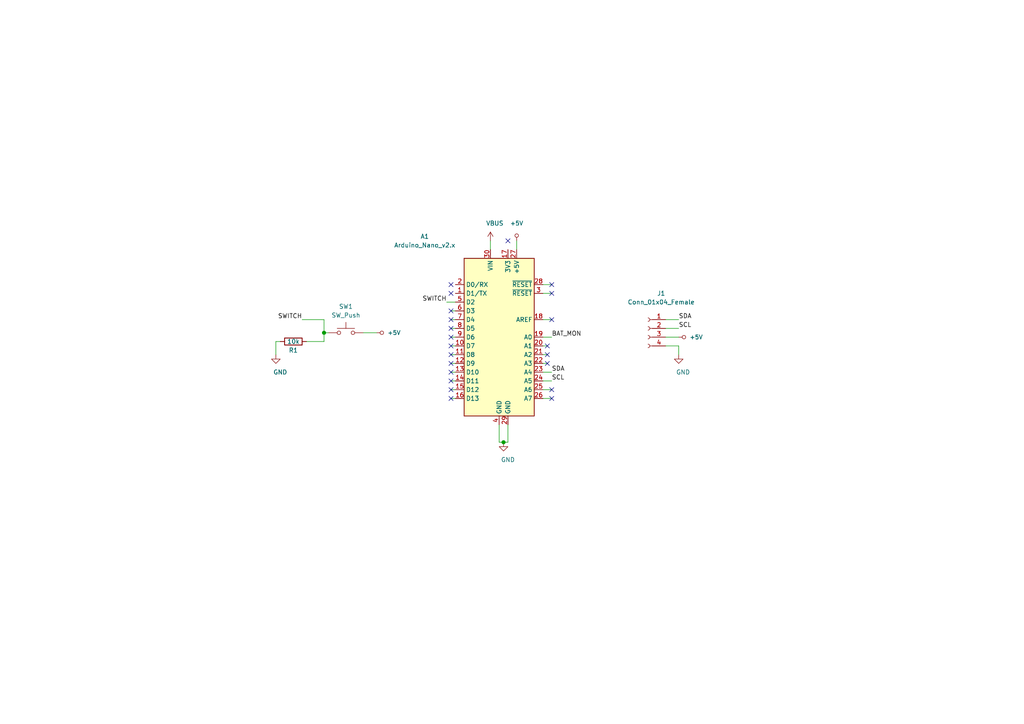
<source format=kicad_sch>
(kicad_sch (version 20200827) (generator eeschema)
  (page 1 1)
  (paper "A4")
  (lib_symbols
    (symbol "Connector:Conn_01x04_Female" (pin_names (offset 1.016) hide)
      (property "Reference" "J" (at 0 5.08 0))
      (property "Value" "Conn_01x04_Female" (at 0 -7.62 0))
      (symbol "Conn_01x04_Female_1_1"
        (arc (start 0 -4.572) (end 0 -5.588) (radius (at 0 -5.08) (length 0.508) (angles 90.1 -90.1)) (stroke (width 0.1524)))
        (arc (start 0 -2.032) (end 0 -3.048) (radius (at 0 -2.54) (length 0.508) (angles 90.1 -90.1)) (stroke (width 0.1524)))
        (arc (start 0 0.508) (end 0 -0.508) (radius (at 0 0) (length 0.508) (angles 90.1 -90.1)) (stroke (width 0.1524)))
        (arc (start 0 3.048) (end 0 2.032) (radius (at 0 2.54) (length 0.508) (angles 90.1 -90.1)) (stroke (width 0.1524)))
        (polyline (pts (xy -1.27 -5.08) (xy -0.508 -5.08)) (stroke (width 0.1524)))
        (polyline (pts (xy -1.27 -2.54) (xy -0.508 -2.54)) (stroke (width 0.1524)))
        (polyline (pts (xy -1.27 0) (xy -0.508 0)) (stroke (width 0.1524)))
        (polyline (pts (xy -1.27 2.54) (xy -0.508 2.54)) (stroke (width 0.1524)))
        (pin passive line (at -5.08 2.54 0) (length 3.81) (name "Pin_1") (number "1"))
        (pin passive line (at -5.08 0 0) (length 3.81) (name "Pin_2") (number "2"))
        (pin passive line (at -5.08 -2.54 0) (length 3.81) (name "Pin_3") (number "3"))
        (pin passive line (at -5.08 -5.08 0) (length 3.81) (name "Pin_4") (number "4"))
      )
    )
    (symbol "Device:R" (pin_numbers hide) (pin_names (offset 0))
      (property "Reference" "R" (at 2.032 0 90))
      (property "Value" "R" (at 0 0 90))
      (symbol "R_0_1"
        (rectangle (start -1.016 -2.54) (end 1.016 2.54) (stroke (width 0.254)))
      )
      (symbol "R_1_1"
        (pin passive line (at 0 3.81 270) (length 1.27) (name "~") (number "1"))
        (pin passive line (at 0 -3.81 90) (length 1.27) (name "~") (number "2"))
      )
    )
    (symbol "MCU_Module:Arduino_Nano_v2.x"
      (property "Reference" "A" (at -10.16 23.495 0))
      (property "Value" "Arduino_Nano_v2.x" (at 5.08 -24.13 0))
      (symbol "Arduino_Nano_v2.x_0_1"
        (rectangle (start -10.16 22.86) (end 10.16 -22.86) (stroke (width 0.254)) (fill (type background)))
      )
      (symbol "Arduino_Nano_v2.x_1_1"
        (pin bidirectional line (at -12.7 12.7 0) (length 2.54) (name "D1/TX") (number "1"))
        (pin bidirectional line (at -12.7 -2.54 0) (length 2.54) (name "D7") (number "10"))
        (pin bidirectional line (at -12.7 -5.08 0) (length 2.54) (name "D8") (number "11"))
        (pin bidirectional line (at -12.7 -7.62 0) (length 2.54) (name "D9") (number "12"))
        (pin bidirectional line (at -12.7 -10.16 0) (length 2.54) (name "D10") (number "13"))
        (pin bidirectional line (at -12.7 -12.7 0) (length 2.54) (name "D11") (number "14"))
        (pin bidirectional line (at -12.7 -15.24 0) (length 2.54) (name "D12") (number "15"))
        (pin bidirectional line (at -12.7 -17.78 0) (length 2.54) (name "D13") (number "16"))
        (pin power_out line (at 2.54 25.4 270) (length 2.54) (name "3V3") (number "17"))
        (pin input line (at 12.7 5.08 180) (length 2.54) (name "AREF") (number "18"))
        (pin bidirectional line (at 12.7 0 180) (length 2.54) (name "A0") (number "19"))
        (pin bidirectional line (at -12.7 15.24 0) (length 2.54) (name "D0/RX") (number "2"))
        (pin bidirectional line (at 12.7 -2.54 180) (length 2.54) (name "A1") (number "20"))
        (pin bidirectional line (at 12.7 -5.08 180) (length 2.54) (name "A2") (number "21"))
        (pin bidirectional line (at 12.7 -7.62 180) (length 2.54) (name "A3") (number "22"))
        (pin bidirectional line (at 12.7 -10.16 180) (length 2.54) (name "A4") (number "23"))
        (pin bidirectional line (at 12.7 -12.7 180) (length 2.54) (name "A5") (number "24"))
        (pin bidirectional line (at 12.7 -15.24 180) (length 2.54) (name "A6") (number "25"))
        (pin bidirectional line (at 12.7 -17.78 180) (length 2.54) (name "A7") (number "26"))
        (pin power_out line (at 5.08 25.4 270) (length 2.54) (name "+5V") (number "27"))
        (pin input line (at 12.7 15.24 180) (length 2.54) (name "~RESET") (number "28"))
        (pin power_in line (at 2.54 -25.4 90) (length 2.54) (name "GND") (number "29"))
        (pin input line (at 12.7 12.7 180) (length 2.54) (name "~RESET") (number "3"))
        (pin power_in line (at -2.54 25.4 270) (length 2.54) (name "VIN") (number "30"))
        (pin power_in line (at 0 -25.4 90) (length 2.54) (name "GND") (number "4"))
        (pin bidirectional line (at -12.7 10.16 0) (length 2.54) (name "D2") (number "5"))
        (pin bidirectional line (at -12.7 7.62 0) (length 2.54) (name "D3") (number "6"))
        (pin bidirectional line (at -12.7 5.08 0) (length 2.54) (name "D4") (number "7"))
        (pin bidirectional line (at -12.7 2.54 0) (length 2.54) (name "D5") (number "8"))
        (pin bidirectional line (at -12.7 0 0) (length 2.54) (name "D6") (number "9"))
      )
    )
    (symbol "Switch:SW_Push" (pin_numbers hide) (pin_names (offset 1.016) hide)
      (property "Reference" "SW" (at 1.27 2.54 0))
      (property "Value" "SW_Push" (at 0 -1.524 0))
      (symbol "SW_Push_0_1"
        (circle (center -2.032 0) (radius 0.508))
        (circle (center 2.032 0) (radius 0.508))
        (polyline (pts (xy 0 1.27) (xy 0 3.048)))
        (polyline (pts (xy 2.54 1.27) (xy -2.54 1.27)))
        (pin passive line (at -5.08 0 0) (length 2.54) (name "1") (number "1"))
        (pin passive line (at 5.08 0 180) (length 2.54) (name "2") (number "2"))
      )
    )
    (symbol "keyboard_parts:+5V" (power) (pin_names (offset 0))
      (property "Value" "+5V" (at 0 2.794 0))
      (symbol "+5V_0_1"
        (circle (center 0 1.524) (radius 0.508))
        (polyline (pts (xy 0 0) (xy 0 1.016) (xy 0 1.016)))
      )
      (symbol "+5V_0_0"
        (pin power_in line (at 0 0 90) (length 0) hide (name "+5V") (number "1"))
      )
    )
    (symbol "power:GND" (power) (pin_names (offset 0))
      (property "Value" "GND" (at 0 -3.81 0))
      (symbol "GND_0_1"
        (polyline (pts (xy 0 0) (xy 0 -1.27) (xy 1.27 -1.27) (xy 0 -2.54) (xy -1.27 -1.27) (xy 0 -1.27)))
      )
      (symbol "GND_1_1"
        (pin power_in line (at 0 0 270) (length 0) hide (name "GND") (number "1"))
      )
    )
    (symbol "power:VBUS" (power) (pin_names (offset 0))
      (property "Value" "VBUS" (at 0 3.81 0))
      (symbol "VBUS_0_1"
        (polyline (pts (xy -0.762 1.27) (xy 0 2.54)))
        (polyline (pts (xy 0 0) (xy 0 2.54)))
        (polyline (pts (xy 0 2.54) (xy 0.762 1.27)))
      )
      (symbol "VBUS_1_1"
        (pin power_in line (at 0 0 90) (length 0) hide (name "VBUS") (number "1"))
      )
    )
  )
  (junction (at 93.98 96.52) (diameter 1.016))
  (junction (at 146.05 128.27) (diameter 1.016))
  (no_connect (at 130.81 82.55))
  (no_connect (at 130.81 85.09))
  (no_connect (at 130.81 90.17))
  (no_connect (at 130.81 92.71))
  (no_connect (at 130.81 95.25))
  (no_connect (at 130.81 97.79))
  (no_connect (at 130.81 100.33))
  (no_connect (at 130.81 102.87))
  (no_connect (at 130.81 105.41))
  (no_connect (at 130.81 107.95))
  (no_connect (at 130.81 110.49))
  (no_connect (at 130.81 113.03))
  (no_connect (at 130.81 115.57))
  (no_connect (at 147.32 69.85))
  (no_connect (at 158.75 100.33))
  (no_connect (at 158.75 102.87))
  (no_connect (at 158.75 105.41))
  (no_connect (at 160.02 113.03))
  (no_connect (at 160.02 115.57))
  (no_connect (at 160.02 82.55))
  (no_connect (at 160.02 85.09))
  (no_connect (at 160.02 92.71))
  (wire (pts (xy 80.01 99.06) (xy 81.28 99.06)))
  (wire (pts (xy 80.01 102.87) (xy 80.01 99.06)))
  (wire (pts (xy 87.63 92.71) (xy 93.98 92.71)))
  (wire (pts (xy 88.9 99.06) (xy 93.98 99.06)))
  (wire (pts (xy 93.98 96.52) (xy 93.98 92.71)))
  (wire (pts (xy 93.98 96.52) (xy 93.98 99.06)))
  (wire (pts (xy 95.25 96.52) (xy 93.98 96.52)))
  (wire (pts (xy 105.41 96.52) (xy 109.22 96.52)))
  (wire (pts (xy 129.54 87.63) (xy 132.08 87.63)))
  (wire (pts (xy 130.81 90.17) (xy 132.08 90.17)))
  (wire (pts (xy 130.81 92.71) (xy 132.08 92.71)))
  (wire (pts (xy 130.81 95.25) (xy 132.08 95.25)))
  (wire (pts (xy 130.81 97.79) (xy 132.08 97.79)))
  (wire (pts (xy 130.81 100.33) (xy 132.08 100.33)))
  (wire (pts (xy 130.81 102.87) (xy 132.08 102.87)))
  (wire (pts (xy 130.81 105.41) (xy 132.08 105.41)))
  (wire (pts (xy 130.81 107.95) (xy 132.08 107.95)))
  (wire (pts (xy 130.81 110.49) (xy 132.08 110.49)))
  (wire (pts (xy 130.81 113.03) (xy 132.08 113.03)))
  (wire (pts (xy 130.81 115.57) (xy 132.08 115.57)))
  (wire (pts (xy 142.24 69.85) (xy 142.24 72.39)))
  (wire (pts (xy 144.78 123.19) (xy 144.78 128.27)))
  (wire (pts (xy 144.78 128.27) (xy 146.05 128.27)))
  (wire (pts (xy 146.05 128.27) (xy 147.32 128.27)))
  (wire (pts (xy 147.32 123.19) (xy 147.32 128.27)))
  (wire (pts (xy 149.86 72.39) (xy 149.86 69.85)))
  (wire (pts (xy 157.48 82.55) (xy 160.02 82.55)))
  (wire (pts (xy 157.48 107.95) (xy 160.02 107.95)))
  (wire (pts (xy 157.48 110.49) (xy 160.02 110.49)))
  (wire (pts (xy 158.75 100.33) (xy 157.48 100.33)))
  (wire (pts (xy 158.75 102.87) (xy 157.48 102.87)))
  (wire (pts (xy 158.75 105.41) (xy 157.48 105.41)))
  (wire (pts (xy 160.02 85.09) (xy 157.48 85.09)))
  (wire (pts (xy 160.02 92.71) (xy 157.48 92.71)))
  (wire (pts (xy 160.02 97.79) (xy 157.48 97.79)))
  (wire (pts (xy 160.02 113.03) (xy 157.48 113.03)))
  (wire (pts (xy 160.02 115.57) (xy 157.48 115.57)))
  (wire (pts (xy 193.04 92.71) (xy 196.85 92.71)))
  (wire (pts (xy 193.04 95.25) (xy 196.85 95.25)))
  (wire (pts (xy 193.04 97.79) (xy 196.85 97.79)))
  (wire (pts (xy 193.04 100.33) (xy 196.85 100.33)))
  (wire (pts (xy 196.85 100.33) (xy 196.85 102.87)))
  (label "SWITCH" (at 87.63 92.71 180))
  (label "SWITCH" (at 129.54 87.63 180))
  (label "BAT_MON" (at 160.02 97.79 0))
  (label "SDA" (at 160.02 107.95 0))
  (label "SCL" (at 160.02 110.49 0))
  (label "SDA" (at 196.85 92.71 0))
  (label "SCL" (at 196.85 95.25 0))
  (symbol (lib_id "keyboard_parts:+5V") (at 109.22 96.52 270) (unit 1)
    (property "Reference" "#PWR0106" (effects hide))
    (property "Value" "+5V" (at 114.3 96.52 90) (effects (font (size 1.2 1.2))))
  )
  (symbol (lib_id "keyboard_parts:+5V") (at 149.86 69.85 0) (unit 1)
    (property "Reference" "#PWR0102" (effects hide))
    (property "Value" "+5V" (at 149.86 64.77 0) (effects (font (size 1.2 1.2))))
  )
  (symbol (lib_id "keyboard_parts:+5V") (at 196.85 97.79 270) (unit 1)
    (property "Reference" "#PWR0104" (effects hide))
    (property "Value" "+5V" (at 201.93 97.79 90) (effects (font (size 1.2 1.2))))
  )
  (symbol (lib_id "power:VBUS") (at 142.24 69.85 0) (unit 1)
    (property "Reference" "#PWR0101" (effects hide))
    (property "Value" "VBUS" (at 143.51 64.77 0))
  )
  (symbol (lib_id "power:GND") (at 80.01 102.87 0) (unit 1)
    (property "Reference" "#PWR0107" (effects hide))
    (property "Value" "GND" (at 81.28 107.95 0))
  )
  (symbol (lib_id "power:GND") (at 146.05 128.27 0) (unit 1)
    (property "Reference" "#PWR0105" (effects hide))
    (property "Value" "GND" (at 147.32 133.35 0))
  )
  (symbol (lib_id "power:GND") (at 196.85 102.87 0) (unit 1)
    (property "Reference" "#PWR0103" (effects hide))
    (property "Value" "GND" (at 198.12 107.95 0))
  )
  (symbol (lib_id "Device:R") (at 85.09 99.06 90) (unit 1)
    (property "Reference" "R1" (at 85.09 101.6 90))
    (property "Value" "10k" (at 85.09 99.06 90))
    (property "Footprint" "Resistor_THT:R_Axial_DIN0204_L3.6mm_D1.6mm_P5.08mm_Horizontal" (effects hide))
  )
  (symbol (lib_id "Switch:SW_Push") (at 100.33 96.52 0) (unit 1)
    (property "Reference" "SW1" (at 100.33 88.9 0))
    (property "Value" "SW_Push" (at 100.33 91.44 0))
    (property "Footprint" "Connector_PinHeader_2.54mm:PinHeader_1x02_P2.54mm_Vertical" (effects hide))
  )
  (symbol (lib_id "Connector:Conn_01x04_Female") (at 187.96 95.25 0) (mirror y) (unit 1)
    (property "Reference" "J1" (at 191.77 85.09 0))
    (property "Value" "Conn_01x04_Female" (at 191.77 87.63 0))
    (property "Footprint" "Custom:Oled 128x32" (effects hide))
  )
  (symbol (lib_id "MCU_Module:Arduino_Nano_v2.x") (at 144.78 97.79 0) (unit 1)
    (property "Reference" "A1" (at 123.19 68.58 0))
    (property "Value" "Arduino_Nano_v2.x" (at 123.19 71.12 0))
    (property "Footprint" "Module:Arduino_Nano" (effects hide))
    (property "Datasheet" "https://www.arduino.cc/en/uploads/Main/ArduinoNanoManual23.pdf" (effects hide))
  )
)
</source>
